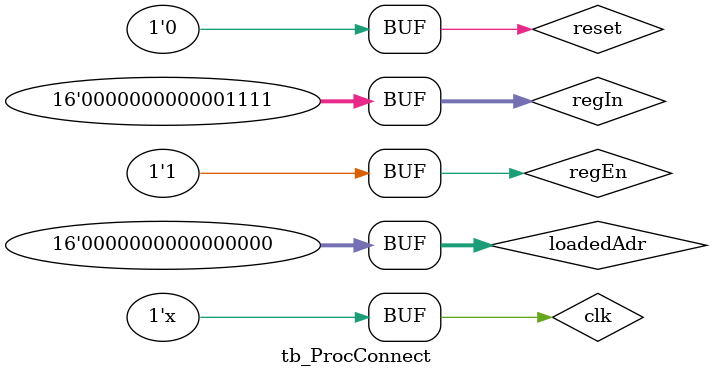
<source format=v>
module tb_ProcConnect();

reg clk, reset, regEn;
reg [15:0] loadedAdr, regIn;

wire [15:0]  dataFromMem, regData;

register TestReg(.in(regIn), .en(regEn), .clk(clk), .data(regData));

ProcConnect UUT(.clk(clk), .reset(reset), .loadedAdr(loadedAdr), .dataFromMem(dataFromMem));

initial begin
clk = 0;
reset = 1;
loadedAdr = 16'd0;
regIn = 16'd15;
#10;
regEn = 1;
#50;
reset = 0;
end 
		
always #5 clk = ~clk;	  

		
endmodule 
</source>
